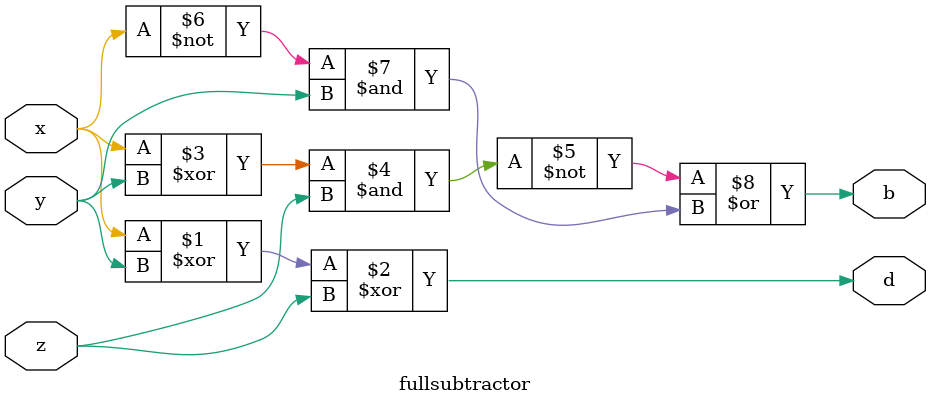
<source format=v>
module fullsubtractor(
	input wire x,
	input wire y,
	input wire z,
	output wire d,
	output wire b
);
assign d = x^y^z;
assign b = ~((x^y)&z) |(~x&y);
endmodule

</source>
